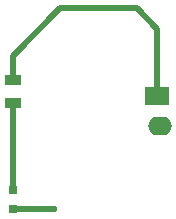
<source format=gtl>
G04*
G04 #@! TF.GenerationSoftware,Altium Limited,Altium Designer,18.1.7 (191)*
G04*
G04 Layer_Physical_Order=1*
G04 Layer_Color=255*
%FSLAX25Y25*%
%MOIN*%
G70*
G01*
G75*
%ADD13R,0.03150X0.03150*%
%ADD14R,0.05709X0.03740*%
%ADD19C,0.01968*%
%ADD20O,0.07874X0.06299*%
%ADD21R,0.07874X0.06299*%
%ADD22C,0.02362*%
D13*
X41339Y37402D02*
D03*
Y43898D02*
D03*
D14*
Y72835D02*
D03*
Y80512D02*
D03*
D19*
Y37402D02*
X55118D01*
X41339Y43898D02*
Y72835D01*
Y80512D02*
Y88583D01*
X57087Y104331D01*
X82677D01*
X89551Y97457D01*
Y74961D02*
Y97457D01*
D20*
X90551Y64961D02*
D03*
D21*
X89551Y74961D02*
D03*
D22*
X55118Y37402D02*
D03*
M02*

</source>
